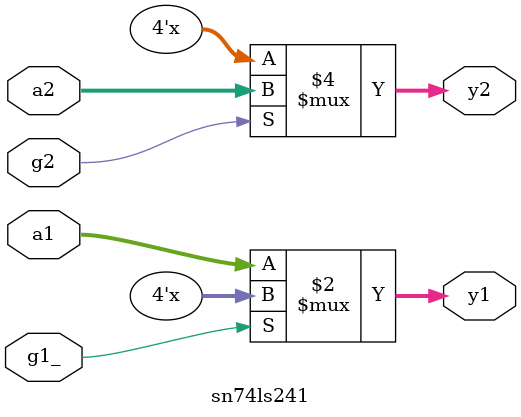
<source format=v>


module sn74ls241(a1, y1, g1_, a2, y2, g2);
parameter WIDTH=4;
input [WIDTH-1:0] a1, a2;
output [WIDTH-1:0] y1, y2;
input g1_, g2;

assign y1 = (g1_==1'b0) ? a1 : {WIDTH{1'bz}};
assign y2 = (g2==1'b1) ? a2 : {WIDTH{1'bz}};
endmodule

</source>
